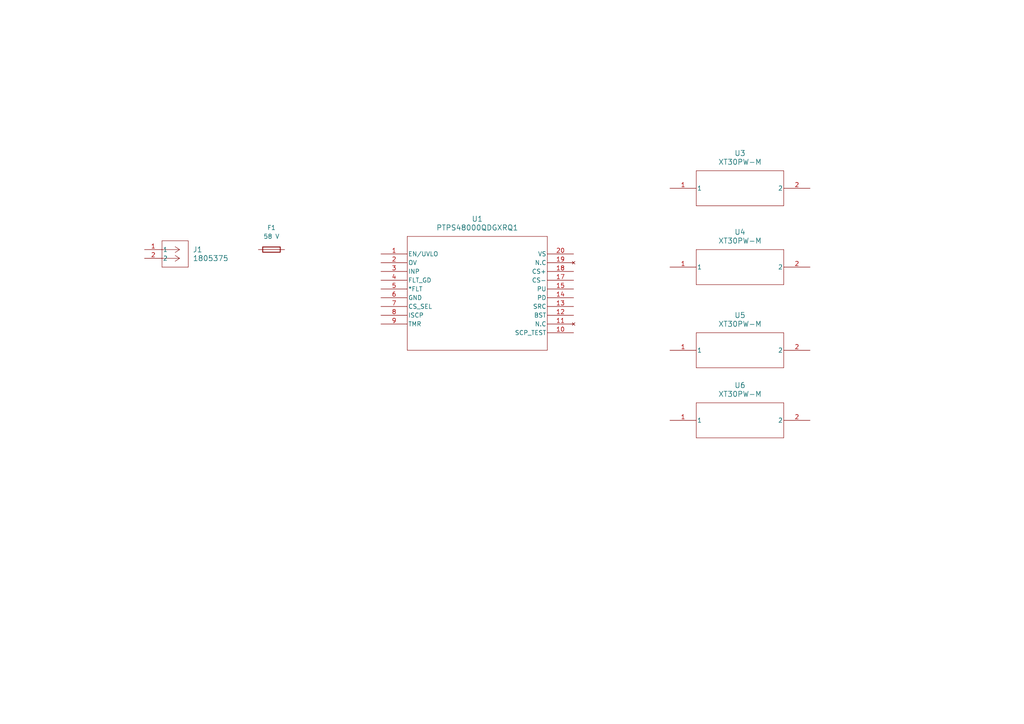
<source format=kicad_sch>
(kicad_sch
	(version 20250114)
	(generator "eeschema")
	(generator_version "9.0")
	(uuid "ed0fd38b-f304-44f0-9fc6-6431df6e7c12")
	(paper "A4")
	(lib_symbols
		(symbol "Device:Fuse"
			(pin_numbers
				(hide yes)
			)
			(pin_names
				(offset 0)
			)
			(exclude_from_sim no)
			(in_bom yes)
			(on_board yes)
			(property "Reference" "F"
				(at 2.032 0 90)
				(effects
					(font
						(size 1.27 1.27)
					)
				)
			)
			(property "Value" "Fuse"
				(at -1.905 0 90)
				(effects
					(font
						(size 1.27 1.27)
					)
				)
			)
			(property "Footprint" ""
				(at -1.778 0 90)
				(effects
					(font
						(size 1.27 1.27)
					)
					(hide yes)
				)
			)
			(property "Datasheet" "~"
				(at 0 0 0)
				(effects
					(font
						(size 1.27 1.27)
					)
					(hide yes)
				)
			)
			(property "Description" "Fuse"
				(at 0 0 0)
				(effects
					(font
						(size 1.27 1.27)
					)
					(hide yes)
				)
			)
			(property "ki_keywords" "fuse"
				(at 0 0 0)
				(effects
					(font
						(size 1.27 1.27)
					)
					(hide yes)
				)
			)
			(property "ki_fp_filters" "*Fuse*"
				(at 0 0 0)
				(effects
					(font
						(size 1.27 1.27)
					)
					(hide yes)
				)
			)
			(symbol "Fuse_0_1"
				(rectangle
					(start -0.762 -2.54)
					(end 0.762 2.54)
					(stroke
						(width 0.254)
						(type default)
					)
					(fill
						(type none)
					)
				)
				(polyline
					(pts
						(xy 0 2.54) (xy 0 -2.54)
					)
					(stroke
						(width 0)
						(type default)
					)
					(fill
						(type none)
					)
				)
			)
			(symbol "Fuse_1_1"
				(pin passive line
					(at 0 3.81 270)
					(length 1.27)
					(name "~"
						(effects
							(font
								(size 1.27 1.27)
							)
						)
					)
					(number "1"
						(effects
							(font
								(size 1.27 1.27)
							)
						)
					)
				)
				(pin passive line
					(at 0 -3.81 90)
					(length 1.27)
					(name "~"
						(effects
							(font
								(size 1.27 1.27)
							)
						)
					)
					(number "2"
						(effects
							(font
								(size 1.27 1.27)
							)
						)
					)
				)
			)
			(embedded_fonts no)
		)
		(symbol "TPS4800-Q1:PTPS48000QDGXRQ1"
			(pin_names
				(offset 0.254)
			)
			(exclude_from_sim no)
			(in_bom yes)
			(on_board yes)
			(property "Reference" "U"
				(at 27.94 10.16 0)
				(effects
					(font
						(size 1.524 1.524)
					)
				)
			)
			(property "Value" "PTPS48000QDGXRQ1"
				(at 27.94 7.62 0)
				(effects
					(font
						(size 1.524 1.524)
					)
				)
			)
			(property "Footprint" "VSSOP19-DGX_TEX"
				(at 0 0 0)
				(effects
					(font
						(size 1.27 1.27)
						(italic yes)
					)
					(hide yes)
				)
			)
			(property "Datasheet" "https://www.ti.com/lit/gpn/tps4800-q1"
				(at 0 0 0)
				(effects
					(font
						(size 1.27 1.27)
						(italic yes)
					)
					(hide yes)
				)
			)
			(property "Description" ""
				(at 0 0 0)
				(effects
					(font
						(size 1.27 1.27)
					)
					(hide yes)
				)
			)
			(property "ki_locked" ""
				(at 0 0 0)
				(effects
					(font
						(size 1.27 1.27)
					)
				)
			)
			(property "ki_keywords" "PTPS48000QDGXRQ1"
				(at 0 0 0)
				(effects
					(font
						(size 1.27 1.27)
					)
					(hide yes)
				)
			)
			(property "ki_fp_filters" "VSSOP19-DGX_TEX VSSOP19-DGX_TEX-M VSSOP19-DGX_TEX-L"
				(at 0 0 0)
				(effects
					(font
						(size 1.27 1.27)
					)
					(hide yes)
				)
			)
			(symbol "PTPS48000QDGXRQ1_0_1"
				(polyline
					(pts
						(xy 7.62 5.08) (xy 7.62 -27.94)
					)
					(stroke
						(width 0.127)
						(type default)
					)
					(fill
						(type none)
					)
				)
				(polyline
					(pts
						(xy 7.62 -27.94) (xy 48.26 -27.94)
					)
					(stroke
						(width 0.127)
						(type default)
					)
					(fill
						(type none)
					)
				)
				(polyline
					(pts
						(xy 48.26 5.08) (xy 7.62 5.08)
					)
					(stroke
						(width 0.127)
						(type default)
					)
					(fill
						(type none)
					)
				)
				(polyline
					(pts
						(xy 48.26 -27.94) (xy 48.26 5.08)
					)
					(stroke
						(width 0.127)
						(type default)
					)
					(fill
						(type none)
					)
				)
				(pin input line
					(at 0 0 0)
					(length 7.62)
					(name "EN/UVLO"
						(effects
							(font
								(size 1.27 1.27)
							)
						)
					)
					(number "1"
						(effects
							(font
								(size 1.27 1.27)
							)
						)
					)
				)
				(pin input line
					(at 0 -2.54 0)
					(length 7.62)
					(name "OV"
						(effects
							(font
								(size 1.27 1.27)
							)
						)
					)
					(number "2"
						(effects
							(font
								(size 1.27 1.27)
							)
						)
					)
				)
				(pin input line
					(at 0 -5.08 0)
					(length 7.62)
					(name "INP"
						(effects
							(font
								(size 1.27 1.27)
							)
						)
					)
					(number "3"
						(effects
							(font
								(size 1.27 1.27)
							)
						)
					)
				)
				(pin output line
					(at 0 -7.62 0)
					(length 7.62)
					(name "FLT_GD"
						(effects
							(font
								(size 1.27 1.27)
							)
						)
					)
					(number "4"
						(effects
							(font
								(size 1.27 1.27)
							)
						)
					)
				)
				(pin output line
					(at 0 -10.16 0)
					(length 7.62)
					(name "*FLT"
						(effects
							(font
								(size 1.27 1.27)
							)
						)
					)
					(number "5"
						(effects
							(font
								(size 1.27 1.27)
							)
						)
					)
				)
				(pin power_out line
					(at 0 -12.7 0)
					(length 7.62)
					(name "GND"
						(effects
							(font
								(size 1.27 1.27)
							)
						)
					)
					(number "6"
						(effects
							(font
								(size 1.27 1.27)
							)
						)
					)
				)
				(pin input line
					(at 0 -15.24 0)
					(length 7.62)
					(name "CS_SEL"
						(effects
							(font
								(size 1.27 1.27)
							)
						)
					)
					(number "7"
						(effects
							(font
								(size 1.27 1.27)
							)
						)
					)
				)
				(pin input line
					(at 0 -17.78 0)
					(length 7.62)
					(name "ISCP"
						(effects
							(font
								(size 1.27 1.27)
							)
						)
					)
					(number "8"
						(effects
							(font
								(size 1.27 1.27)
							)
						)
					)
				)
				(pin input line
					(at 0 -20.32 0)
					(length 7.62)
					(name "TMR"
						(effects
							(font
								(size 1.27 1.27)
							)
						)
					)
					(number "9"
						(effects
							(font
								(size 1.27 1.27)
							)
						)
					)
				)
				(pin power_in line
					(at 55.88 0 180)
					(length 7.62)
					(name "VS"
						(effects
							(font
								(size 1.27 1.27)
							)
						)
					)
					(number "20"
						(effects
							(font
								(size 1.27 1.27)
							)
						)
					)
				)
				(pin no_connect line
					(at 55.88 -2.54 180)
					(length 7.62)
					(name "N.C"
						(effects
							(font
								(size 1.27 1.27)
							)
						)
					)
					(number "19"
						(effects
							(font
								(size 1.27 1.27)
							)
						)
					)
				)
				(pin input line
					(at 55.88 -5.08 180)
					(length 7.62)
					(name "CS+"
						(effects
							(font
								(size 1.27 1.27)
							)
						)
					)
					(number "18"
						(effects
							(font
								(size 1.27 1.27)
							)
						)
					)
				)
				(pin input line
					(at 55.88 -7.62 180)
					(length 7.62)
					(name "CS-"
						(effects
							(font
								(size 1.27 1.27)
							)
						)
					)
					(number "17"
						(effects
							(font
								(size 1.27 1.27)
							)
						)
					)
				)
				(pin output line
					(at 55.88 -10.16 180)
					(length 7.62)
					(name "PU"
						(effects
							(font
								(size 1.27 1.27)
							)
						)
					)
					(number "15"
						(effects
							(font
								(size 1.27 1.27)
							)
						)
					)
				)
				(pin output line
					(at 55.88 -12.7 180)
					(length 7.62)
					(name "PD"
						(effects
							(font
								(size 1.27 1.27)
							)
						)
					)
					(number "14"
						(effects
							(font
								(size 1.27 1.27)
							)
						)
					)
				)
				(pin output line
					(at 55.88 -15.24 180)
					(length 7.62)
					(name "SRC"
						(effects
							(font
								(size 1.27 1.27)
							)
						)
					)
					(number "13"
						(effects
							(font
								(size 1.27 1.27)
							)
						)
					)
				)
				(pin output line
					(at 55.88 -17.78 180)
					(length 7.62)
					(name "BST"
						(effects
							(font
								(size 1.27 1.27)
							)
						)
					)
					(number "12"
						(effects
							(font
								(size 1.27 1.27)
							)
						)
					)
				)
				(pin no_connect line
					(at 55.88 -20.32 180)
					(length 7.62)
					(name "N.C"
						(effects
							(font
								(size 1.27 1.27)
							)
						)
					)
					(number "11"
						(effects
							(font
								(size 1.27 1.27)
							)
						)
					)
				)
				(pin input line
					(at 55.88 -22.86 180)
					(length 7.62)
					(name "SCP_TEST"
						(effects
							(font
								(size 1.27 1.27)
							)
						)
					)
					(number "10"
						(effects
							(font
								(size 1.27 1.27)
							)
						)
					)
				)
			)
			(embedded_fonts no)
		)
		(symbol "XT30-M:XT30PW-M"
			(pin_names
				(offset 0.254)
			)
			(exclude_from_sim no)
			(in_bom yes)
			(on_board yes)
			(property "Reference" "U"
				(at 20.32 10.16 0)
				(effects
					(font
						(size 1.524 1.524)
					)
				)
			)
			(property "Value" "XT30PW-M"
				(at 20.32 7.62 0)
				(effects
					(font
						(size 1.524 1.524)
					)
				)
			)
			(property "Footprint" "XT30PW-M_AMA"
				(at 0 0 0)
				(effects
					(font
						(size 1.27 1.27)
						(italic yes)
					)
					(hide yes)
				)
			)
			(property "Datasheet" "XT30PW-M"
				(at 0 0 0)
				(effects
					(font
						(size 1.27 1.27)
						(italic yes)
					)
					(hide yes)
				)
			)
			(property "Description" ""
				(at 0 0 0)
				(effects
					(font
						(size 1.27 1.27)
					)
					(hide yes)
				)
			)
			(property "ki_locked" ""
				(at 0 0 0)
				(effects
					(font
						(size 1.27 1.27)
					)
				)
			)
			(property "ki_keywords" "XT30PW-M"
				(at 0 0 0)
				(effects
					(font
						(size 1.27 1.27)
					)
					(hide yes)
				)
			)
			(property "ki_fp_filters" "XT30PW-M_AMA"
				(at 0 0 0)
				(effects
					(font
						(size 1.27 1.27)
					)
					(hide yes)
				)
			)
			(symbol "XT30PW-M_0_1"
				(polyline
					(pts
						(xy 7.62 5.08) (xy 7.62 -5.08)
					)
					(stroke
						(width 0.127)
						(type default)
					)
					(fill
						(type none)
					)
				)
				(polyline
					(pts
						(xy 7.62 -5.08) (xy 33.02 -5.08)
					)
					(stroke
						(width 0.127)
						(type default)
					)
					(fill
						(type none)
					)
				)
				(polyline
					(pts
						(xy 33.02 5.08) (xy 7.62 5.08)
					)
					(stroke
						(width 0.127)
						(type default)
					)
					(fill
						(type none)
					)
				)
				(polyline
					(pts
						(xy 33.02 -5.08) (xy 33.02 5.08)
					)
					(stroke
						(width 0.127)
						(type default)
					)
					(fill
						(type none)
					)
				)
				(pin unspecified line
					(at 0 0 0)
					(length 7.62)
					(name "1"
						(effects
							(font
								(size 1.27 1.27)
							)
						)
					)
					(number "1"
						(effects
							(font
								(size 1.27 1.27)
							)
						)
					)
				)
				(pin unspecified line
					(at 40.64 0 180)
					(length 7.62)
					(name "2"
						(effects
							(font
								(size 1.27 1.27)
							)
						)
					)
					(number "2"
						(effects
							(font
								(size 1.27 1.27)
							)
						)
					)
				)
			)
			(embedded_fonts no)
		)
		(symbol "XT60-M:1805375"
			(pin_names
				(offset 0.254)
			)
			(exclude_from_sim no)
			(in_bom yes)
			(on_board yes)
			(property "Reference" "J"
				(at 8.89 6.35 0)
				(effects
					(font
						(size 1.524 1.524)
					)
				)
			)
			(property "Value" "1805375"
				(at 0 0 0)
				(effects
					(font
						(size 1.524 1.524)
					)
				)
			)
			(property "Footprint" "CONN_1805375_RSP"
				(at 0 0 0)
				(effects
					(font
						(size 1.27 1.27)
						(italic yes)
					)
					(hide yes)
				)
			)
			(property "Datasheet" "1805375"
				(at 0 0 0)
				(effects
					(font
						(size 1.27 1.27)
						(italic yes)
					)
					(hide yes)
				)
			)
			(property "Description" ""
				(at 0 0 0)
				(effects
					(font
						(size 1.27 1.27)
					)
					(hide yes)
				)
			)
			(property "ki_locked" ""
				(at 0 0 0)
				(effects
					(font
						(size 1.27 1.27)
					)
				)
			)
			(property "ki_keywords" "1805375"
				(at 0 0 0)
				(effects
					(font
						(size 1.27 1.27)
					)
					(hide yes)
				)
			)
			(property "ki_fp_filters" "CONN_1805375_RSP"
				(at 0 0 0)
				(effects
					(font
						(size 1.27 1.27)
					)
					(hide yes)
				)
			)
			(symbol "1805375_1_1"
				(polyline
					(pts
						(xy 5.08 2.54) (xy 5.08 -5.08)
					)
					(stroke
						(width 0.127)
						(type default)
					)
					(fill
						(type none)
					)
				)
				(polyline
					(pts
						(xy 5.08 -5.08) (xy 12.7 -5.08)
					)
					(stroke
						(width 0.127)
						(type default)
					)
					(fill
						(type none)
					)
				)
				(polyline
					(pts
						(xy 10.16 0) (xy 5.08 0)
					)
					(stroke
						(width 0.127)
						(type default)
					)
					(fill
						(type none)
					)
				)
				(polyline
					(pts
						(xy 10.16 0) (xy 8.89 0.8467)
					)
					(stroke
						(width 0.127)
						(type default)
					)
					(fill
						(type none)
					)
				)
				(polyline
					(pts
						(xy 10.16 0) (xy 8.89 -0.8467)
					)
					(stroke
						(width 0.127)
						(type default)
					)
					(fill
						(type none)
					)
				)
				(polyline
					(pts
						(xy 10.16 -2.54) (xy 5.08 -2.54)
					)
					(stroke
						(width 0.127)
						(type default)
					)
					(fill
						(type none)
					)
				)
				(polyline
					(pts
						(xy 10.16 -2.54) (xy 8.89 -1.6933)
					)
					(stroke
						(width 0.127)
						(type default)
					)
					(fill
						(type none)
					)
				)
				(polyline
					(pts
						(xy 10.16 -2.54) (xy 8.89 -3.3867)
					)
					(stroke
						(width 0.127)
						(type default)
					)
					(fill
						(type none)
					)
				)
				(polyline
					(pts
						(xy 12.7 2.54) (xy 5.08 2.54)
					)
					(stroke
						(width 0.127)
						(type default)
					)
					(fill
						(type none)
					)
				)
				(polyline
					(pts
						(xy 12.7 -5.08) (xy 12.7 2.54)
					)
					(stroke
						(width 0.127)
						(type default)
					)
					(fill
						(type none)
					)
				)
				(pin unspecified line
					(at 0 0 0)
					(length 5.08)
					(name "1"
						(effects
							(font
								(size 1.27 1.27)
							)
						)
					)
					(number "1"
						(effects
							(font
								(size 1.27 1.27)
							)
						)
					)
				)
				(pin unspecified line
					(at 0 -2.54 0)
					(length 5.08)
					(name "2"
						(effects
							(font
								(size 1.27 1.27)
							)
						)
					)
					(number "2"
						(effects
							(font
								(size 1.27 1.27)
							)
						)
					)
				)
			)
			(symbol "1805375_1_2"
				(polyline
					(pts
						(xy 5.08 2.54) (xy 5.08 -5.08)
					)
					(stroke
						(width 0.127)
						(type default)
					)
					(fill
						(type none)
					)
				)
				(polyline
					(pts
						(xy 5.08 -5.08) (xy 12.7 -5.08)
					)
					(stroke
						(width 0.127)
						(type default)
					)
					(fill
						(type none)
					)
				)
				(polyline
					(pts
						(xy 7.62 0) (xy 5.08 0)
					)
					(stroke
						(width 0.127)
						(type default)
					)
					(fill
						(type none)
					)
				)
				(polyline
					(pts
						(xy 7.62 0) (xy 8.89 0.8467)
					)
					(stroke
						(width 0.127)
						(type default)
					)
					(fill
						(type none)
					)
				)
				(polyline
					(pts
						(xy 7.62 0) (xy 8.89 -0.8467)
					)
					(stroke
						(width 0.127)
						(type default)
					)
					(fill
						(type none)
					)
				)
				(polyline
					(pts
						(xy 7.62 -2.54) (xy 5.08 -2.54)
					)
					(stroke
						(width 0.127)
						(type default)
					)
					(fill
						(type none)
					)
				)
				(polyline
					(pts
						(xy 7.62 -2.54) (xy 8.89 -1.6933)
					)
					(stroke
						(width 0.127)
						(type default)
					)
					(fill
						(type none)
					)
				)
				(polyline
					(pts
						(xy 7.62 -2.54) (xy 8.89 -3.3867)
					)
					(stroke
						(width 0.127)
						(type default)
					)
					(fill
						(type none)
					)
				)
				(polyline
					(pts
						(xy 12.7 2.54) (xy 5.08 2.54)
					)
					(stroke
						(width 0.127)
						(type default)
					)
					(fill
						(type none)
					)
				)
				(polyline
					(pts
						(xy 12.7 -5.08) (xy 12.7 2.54)
					)
					(stroke
						(width 0.127)
						(type default)
					)
					(fill
						(type none)
					)
				)
				(pin unspecified line
					(at 0 0 0)
					(length 5.08)
					(name "1"
						(effects
							(font
								(size 1.27 1.27)
							)
						)
					)
					(number "1"
						(effects
							(font
								(size 1.27 1.27)
							)
						)
					)
				)
				(pin unspecified line
					(at 0 -2.54 0)
					(length 5.08)
					(name "2"
						(effects
							(font
								(size 1.27 1.27)
							)
						)
					)
					(number "2"
						(effects
							(font
								(size 1.27 1.27)
							)
						)
					)
				)
			)
			(embedded_fonts no)
		)
	)
	(symbol
		(lib_id "XT60-M:1805375")
		(at 41.91 72.39 0)
		(unit 1)
		(exclude_from_sim no)
		(in_bom yes)
		(on_board yes)
		(dnp no)
		(fields_autoplaced yes)
		(uuid "09f2a728-6018-4e63-85a1-10535dcc61b3")
		(property "Reference" "J1"
			(at 55.88 72.3899 0)
			(effects
				(font
					(size 1.524 1.524)
				)
				(justify left)
			)
		)
		(property "Value" "1805375"
			(at 55.88 74.9299 0)
			(effects
				(font
					(size 1.524 1.524)
				)
				(justify left)
			)
		)
		(property "Footprint" "CONN_1805375_RSP"
			(at 41.91 72.39 0)
			(effects
				(font
					(size 1.27 1.27)
					(italic yes)
				)
				(hide yes)
			)
		)
		(property "Datasheet" "1805375"
			(at 41.91 72.39 0)
			(effects
				(font
					(size 1.27 1.27)
					(italic yes)
				)
				(hide yes)
			)
		)
		(property "Description" ""
			(at 41.91 72.39 0)
			(effects
				(font
					(size 1.27 1.27)
				)
				(hide yes)
			)
		)
		(pin "1"
			(uuid "cf5e4cf2-9d37-4f34-b87b-329d17698593")
		)
		(pin "2"
			(uuid "c1c2062a-8b11-48ef-925b-9f33b0310289")
		)
		(instances
			(project ""
				(path "/ed0fd38b-f304-44f0-9fc6-6431df6e7c12"
					(reference "J1")
					(unit 1)
				)
			)
		)
	)
	(symbol
		(lib_id "XT30-M:XT30PW-M")
		(at 194.31 121.92 0)
		(unit 1)
		(exclude_from_sim no)
		(in_bom yes)
		(on_board yes)
		(dnp no)
		(fields_autoplaced yes)
		(uuid "586bc633-25f2-46a2-824e-f3bdc5999d51")
		(property "Reference" "U6"
			(at 214.63 111.76 0)
			(effects
				(font
					(size 1.524 1.524)
				)
			)
		)
		(property "Value" "XT30PW-M"
			(at 214.63 114.3 0)
			(effects
				(font
					(size 1.524 1.524)
				)
			)
		)
		(property "Footprint" "XT30PW-M_AMA"
			(at 194.31 121.92 0)
			(effects
				(font
					(size 1.27 1.27)
					(italic yes)
				)
				(hide yes)
			)
		)
		(property "Datasheet" "XT30PW-M"
			(at 194.31 121.92 0)
			(effects
				(font
					(size 1.27 1.27)
					(italic yes)
				)
				(hide yes)
			)
		)
		(property "Description" ""
			(at 194.31 121.92 0)
			(effects
				(font
					(size 1.27 1.27)
				)
				(hide yes)
			)
		)
		(pin "1"
			(uuid "1c8a79d9-809a-465d-9548-79f4a92fba26")
		)
		(pin "2"
			(uuid "9443bae5-ef6e-4050-aba5-ecfd9add372d")
		)
		(instances
			(project ""
				(path "/ed0fd38b-f304-44f0-9fc6-6431df6e7c12"
					(reference "U6")
					(unit 1)
				)
			)
		)
	)
	(symbol
		(lib_id "Device:Fuse")
		(at 78.74 72.39 90)
		(unit 1)
		(exclude_from_sim no)
		(in_bom yes)
		(on_board yes)
		(dnp no)
		(fields_autoplaced yes)
		(uuid "659fae12-7d5f-44cd-aee7-bb691daedbdc")
		(property "Reference" "F1"
			(at 78.74 66.04 90)
			(effects
				(font
					(size 1.27 1.27)
				)
			)
		)
		(property "Value" "58 V"
			(at 78.74 68.58 90)
			(effects
				(font
					(size 1.27 1.27)
				)
			)
		)
		(property "Footprint" ""
			(at 78.74 74.168 90)
			(effects
				(font
					(size 1.27 1.27)
				)
				(hide yes)
			)
		)
		(property "Datasheet" "~"
			(at 78.74 72.39 0)
			(effects
				(font
					(size 1.27 1.27)
				)
				(hide yes)
			)
		)
		(property "Description" "Fuse"
			(at 78.74 72.39 0)
			(effects
				(font
					(size 1.27 1.27)
				)
				(hide yes)
			)
		)
		(pin "2"
			(uuid "acdaaee6-d492-40ec-8545-ed87f211fb42")
		)
		(pin "1"
			(uuid "2d463eac-162f-4f76-98cc-a9515c4707f8")
		)
		(instances
			(project ""
				(path "/ed0fd38b-f304-44f0-9fc6-6431df6e7c12"
					(reference "F1")
					(unit 1)
				)
			)
		)
	)
	(symbol
		(lib_id "XT30-M:XT30PW-M")
		(at 194.31 54.61 0)
		(unit 1)
		(exclude_from_sim no)
		(in_bom yes)
		(on_board yes)
		(dnp no)
		(fields_autoplaced yes)
		(uuid "6ef5e307-5e85-4a80-ab1d-1fd144027c68")
		(property "Reference" "U3"
			(at 214.63 44.45 0)
			(effects
				(font
					(size 1.524 1.524)
				)
			)
		)
		(property "Value" "XT30PW-M"
			(at 214.63 46.99 0)
			(effects
				(font
					(size 1.524 1.524)
				)
			)
		)
		(property "Footprint" "XT30PW-M_AMA"
			(at 194.31 54.61 0)
			(effects
				(font
					(size 1.27 1.27)
					(italic yes)
				)
				(hide yes)
			)
		)
		(property "Datasheet" "XT30PW-M"
			(at 194.31 54.61 0)
			(effects
				(font
					(size 1.27 1.27)
					(italic yes)
				)
				(hide yes)
			)
		)
		(property "Description" ""
			(at 194.31 54.61 0)
			(effects
				(font
					(size 1.27 1.27)
				)
				(hide yes)
			)
		)
		(pin "1"
			(uuid "916f9c51-9b41-4ac4-a543-1dc71dd95bde")
		)
		(pin "2"
			(uuid "e365e943-b25b-4edb-9faa-85e1d7cbfcb8")
		)
		(instances
			(project ""
				(path "/ed0fd38b-f304-44f0-9fc6-6431df6e7c12"
					(reference "U3")
					(unit 1)
				)
			)
		)
	)
	(symbol
		(lib_id "XT30-M:XT30PW-M")
		(at 194.31 101.6 0)
		(unit 1)
		(exclude_from_sim no)
		(in_bom yes)
		(on_board yes)
		(dnp no)
		(fields_autoplaced yes)
		(uuid "a1b3365b-be86-4f67-9055-9d5d24659e14")
		(property "Reference" "U5"
			(at 214.63 91.44 0)
			(effects
				(font
					(size 1.524 1.524)
				)
			)
		)
		(property "Value" "XT30PW-M"
			(at 214.63 93.98 0)
			(effects
				(font
					(size 1.524 1.524)
				)
			)
		)
		(property "Footprint" "XT30PW-M_AMA"
			(at 194.31 101.6 0)
			(effects
				(font
					(size 1.27 1.27)
					(italic yes)
				)
				(hide yes)
			)
		)
		(property "Datasheet" "XT30PW-M"
			(at 194.31 101.6 0)
			(effects
				(font
					(size 1.27 1.27)
					(italic yes)
				)
				(hide yes)
			)
		)
		(property "Description" ""
			(at 194.31 101.6 0)
			(effects
				(font
					(size 1.27 1.27)
				)
				(hide yes)
			)
		)
		(pin "2"
			(uuid "b5c36dbf-139c-4f4c-9730-d9615dde0355")
		)
		(pin "1"
			(uuid "32b5076e-9c22-488f-9fa6-db84050ba812")
		)
		(instances
			(project ""
				(path "/ed0fd38b-f304-44f0-9fc6-6431df6e7c12"
					(reference "U5")
					(unit 1)
				)
			)
		)
	)
	(symbol
		(lib_id "TPS4800-Q1:PTPS48000QDGXRQ1")
		(at 110.49 73.66 0)
		(unit 1)
		(exclude_from_sim no)
		(in_bom yes)
		(on_board yes)
		(dnp no)
		(fields_autoplaced yes)
		(uuid "c77214ba-fc9e-4871-847d-e22052cc1d9b")
		(property "Reference" "U1"
			(at 138.43 63.5 0)
			(effects
				(font
					(size 1.524 1.524)
				)
			)
		)
		(property "Value" "PTPS48000QDGXRQ1"
			(at 138.43 66.04 0)
			(effects
				(font
					(size 1.524 1.524)
				)
			)
		)
		(property "Footprint" "VSSOP19-DGX_TEX"
			(at 110.49 73.66 0)
			(effects
				(font
					(size 1.27 1.27)
					(italic yes)
				)
				(hide yes)
			)
		)
		(property "Datasheet" "https://www.ti.com/lit/gpn/tps4800-q1"
			(at 110.49 73.66 0)
			(effects
				(font
					(size 1.27 1.27)
					(italic yes)
				)
				(hide yes)
			)
		)
		(property "Description" ""
			(at 110.49 73.66 0)
			(effects
				(font
					(size 1.27 1.27)
				)
				(hide yes)
			)
		)
		(pin "3"
			(uuid "d3d78f9d-9d63-45e7-ad45-2a32edb52fb0")
		)
		(pin "18"
			(uuid "76258c45-9f23-4496-97a7-04d7d5c09c7e")
		)
		(pin "1"
			(uuid "f8e09ce6-777a-4861-a2c0-6e90ebdba829")
		)
		(pin "9"
			(uuid "43a4734a-513d-4a98-942e-03992e2cd4f1")
		)
		(pin "17"
			(uuid "72098c3a-dd5d-4815-9b48-be80434feaea")
		)
		(pin "5"
			(uuid "752405ae-9b56-42b5-8957-57d4509ca7b9")
		)
		(pin "15"
			(uuid "e5db2de2-9aa0-4524-bb53-bb060e9bd8c1")
		)
		(pin "19"
			(uuid "f970c429-9399-46ad-8756-adb58645d63d")
		)
		(pin "20"
			(uuid "422d7e04-96a5-4580-b388-c67910fdb2e3")
		)
		(pin "14"
			(uuid "3073d07c-8a7a-4e4b-ab92-d80b1e530e61")
		)
		(pin "7"
			(uuid "12d51232-0467-489d-86a3-55be0196cdb1")
		)
		(pin "12"
			(uuid "3d731f54-66fb-4c9b-9aa3-be4737d0cae8")
		)
		(pin "11"
			(uuid "ed9f0482-611f-44c1-a6c0-aced88280850")
		)
		(pin "4"
			(uuid "63d40e3a-f114-4e76-8389-b19786864e69")
		)
		(pin "6"
			(uuid "984d375c-9091-4647-afec-9a3a9b111ccd")
		)
		(pin "13"
			(uuid "19965add-6ecd-4c2b-9018-18cd5965897b")
		)
		(pin "8"
			(uuid "a38c0aad-7505-4b72-8354-46d0a88adaf9")
		)
		(pin "2"
			(uuid "e2c01e73-b754-402d-95b6-fa50eeec6eba")
		)
		(pin "10"
			(uuid "709f3d8a-19ba-4f8a-a3c0-8cbee43fcfbe")
		)
		(instances
			(project ""
				(path "/ed0fd38b-f304-44f0-9fc6-6431df6e7c12"
					(reference "U1")
					(unit 1)
				)
			)
		)
	)
	(symbol
		(lib_id "XT30-M:XT30PW-M")
		(at 194.31 77.47 0)
		(unit 1)
		(exclude_from_sim no)
		(in_bom yes)
		(on_board yes)
		(dnp no)
		(fields_autoplaced yes)
		(uuid "e194c262-8274-414f-b831-17132501f288")
		(property "Reference" "U4"
			(at 214.63 67.31 0)
			(effects
				(font
					(size 1.524 1.524)
				)
			)
		)
		(property "Value" "XT30PW-M"
			(at 214.63 69.85 0)
			(effects
				(font
					(size 1.524 1.524)
				)
			)
		)
		(property "Footprint" "XT30PW-M_AMA"
			(at 194.31 77.47 0)
			(effects
				(font
					(size 1.27 1.27)
					(italic yes)
				)
				(hide yes)
			)
		)
		(property "Datasheet" "XT30PW-M"
			(at 194.31 77.47 0)
			(effects
				(font
					(size 1.27 1.27)
					(italic yes)
				)
				(hide yes)
			)
		)
		(property "Description" ""
			(at 194.31 77.47 0)
			(effects
				(font
					(size 1.27 1.27)
				)
				(hide yes)
			)
		)
		(pin "2"
			(uuid "49d23543-5a28-4813-8559-945b1fafbc03")
		)
		(pin "1"
			(uuid "a75c7a0b-ddd9-43f2-916e-4c92a4e5ac95")
		)
		(instances
			(project ""
				(path "/ed0fd38b-f304-44f0-9fc6-6431df6e7c12"
					(reference "U4")
					(unit 1)
				)
			)
		)
	)
	(sheet_instances
		(path "/"
			(page "1")
		)
	)
	(embedded_fonts no)
)

</source>
